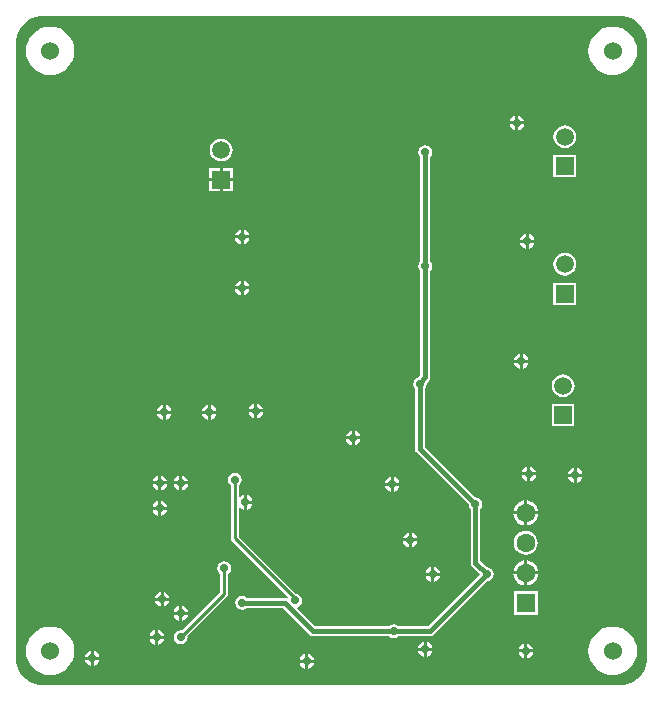
<source format=gbl>
G04*
G04 #@! TF.GenerationSoftware,Altium Limited,Altium Designer,20.2.4 (192)*
G04*
G04 Layer_Physical_Order=2*
G04 Layer_Color=16711680*
%FSLAX25Y25*%
%MOIN*%
G70*
G04*
G04 #@! TF.SameCoordinates,916D3FFB-3ED2-40BB-BA98-F56BCE00B8A7*
G04*
G04*
G04 #@! TF.FilePolarity,Positive*
G04*
G01*
G75*
%ADD13C,0.01000*%
%ADD48C,0.01600*%
%ADD49R,0.05906X0.05906*%
%ADD50C,0.05906*%
%ADD51C,0.06000*%
%ADD52C,0.06299*%
%ADD53R,0.06299X0.06299*%
%ADD54C,0.02900*%
G36*
X203384Y223980D02*
X205119Y223635D01*
X206754Y222958D01*
X208225Y221976D01*
X209476Y220725D01*
X210458Y219254D01*
X211135Y217619D01*
X211480Y215884D01*
X211480Y215000D01*
X211480Y205000D01*
X211480Y27000D01*
Y10000D01*
X211480Y9116D01*
X211135Y7380D01*
X210458Y5746D01*
X209476Y4275D01*
X208225Y3024D01*
X206754Y2042D01*
X205119Y1365D01*
X203384Y1020D01*
X9116D01*
X7380Y1365D01*
X5746Y2042D01*
X4275Y3024D01*
X3024Y4275D01*
X2042Y5746D01*
X1365Y7380D01*
X1020Y9116D01*
Y10000D01*
Y215000D01*
Y215884D01*
X1365Y217619D01*
X2042Y219254D01*
X3024Y220725D01*
X4275Y221976D01*
X5746Y222958D01*
X7380Y223635D01*
X9116Y223980D01*
X10000D01*
X27500Y223980D01*
X178500Y223980D01*
X202500D01*
X203384Y223980D01*
D02*
G37*
%LPC*%
G36*
X200000Y220589D02*
X198422Y220433D01*
X196905Y219973D01*
X195506Y219226D01*
X194280Y218220D01*
X193274Y216994D01*
X192527Y215596D01*
X192067Y214078D01*
X191911Y212500D01*
X192067Y210922D01*
X192527Y209404D01*
X193274Y208006D01*
X194280Y206780D01*
X195506Y205774D01*
X196905Y205027D01*
X198422Y204567D01*
X200000Y204411D01*
X201578Y204567D01*
X203096Y205027D01*
X204494Y205774D01*
X205720Y206780D01*
X206726Y208006D01*
X207473Y209404D01*
X207933Y210922D01*
X208089Y212500D01*
X207933Y214078D01*
X207473Y215596D01*
X206726Y216994D01*
X205720Y218220D01*
X204494Y219226D01*
X203096Y219973D01*
X201578Y220433D01*
X200000Y220589D01*
D02*
G37*
G36*
X12500D02*
X10922Y220433D01*
X9404Y219973D01*
X8006Y219226D01*
X6780Y218220D01*
X5774Y216994D01*
X5027Y215596D01*
X4566Y214078D01*
X4411Y212500D01*
X4566Y210922D01*
X5027Y209404D01*
X5774Y208006D01*
X6780Y206780D01*
X8006Y205774D01*
X9404Y205027D01*
X10922Y204567D01*
X12500Y204411D01*
X14078Y204567D01*
X15596Y205027D01*
X16994Y205774D01*
X18220Y206780D01*
X19226Y208006D01*
X19973Y209404D01*
X20434Y210922D01*
X20589Y212500D01*
X20434Y214078D01*
X19973Y215596D01*
X19226Y216994D01*
X18220Y218220D01*
X16994Y219226D01*
X15596Y219973D01*
X14078Y220433D01*
X12500Y220589D01*
D02*
G37*
G36*
X168500Y190899D02*
Y189000D01*
X170398D01*
X170308Y189456D01*
X169766Y190266D01*
X168956Y190808D01*
X168500Y190899D01*
D02*
G37*
G36*
X167500D02*
X167044Y190808D01*
X166234Y190266D01*
X165692Y189456D01*
X165602Y189000D01*
X167500D01*
Y190899D01*
D02*
G37*
G36*
X170398Y188000D02*
X168500D01*
Y186101D01*
X168956Y186192D01*
X169766Y186734D01*
X170308Y187544D01*
X170398Y188000D01*
D02*
G37*
G36*
X167500D02*
X165602D01*
X165692Y187544D01*
X166234Y186734D01*
X167044Y186192D01*
X167500Y186101D01*
Y188000D01*
D02*
G37*
G36*
X184000Y187706D02*
X183020Y187577D01*
X182107Y187199D01*
X181324Y186598D01*
X180722Y185814D01*
X180344Y184901D01*
X180215Y183921D01*
X180344Y182941D01*
X180722Y182029D01*
X181324Y181245D01*
X182107Y180643D01*
X183020Y180265D01*
X184000Y180136D01*
X184980Y180265D01*
X185893Y180643D01*
X186677Y181245D01*
X187278Y182029D01*
X187656Y182941D01*
X187785Y183921D01*
X187656Y184901D01*
X187278Y185814D01*
X186677Y186598D01*
X185893Y187199D01*
X184980Y187577D01*
X184000Y187706D01*
D02*
G37*
G36*
X69500Y183206D02*
X68520Y183077D01*
X67607Y182699D01*
X66824Y182098D01*
X66222Y181314D01*
X65844Y180401D01*
X65715Y179421D01*
X65844Y178442D01*
X66222Y177529D01*
X66824Y176745D01*
X67607Y176143D01*
X68520Y175765D01*
X69500Y175636D01*
X70480Y175765D01*
X71393Y176143D01*
X72176Y176745D01*
X72778Y177529D01*
X73156Y178442D01*
X73285Y179421D01*
X73156Y180401D01*
X72778Y181314D01*
X72176Y182098D01*
X71393Y182699D01*
X70480Y183077D01*
X69500Y183206D01*
D02*
G37*
G36*
X187753Y177831D02*
X180247D01*
Y170326D01*
X187753D01*
Y177831D01*
D02*
G37*
G36*
X73453Y173531D02*
X70000D01*
Y170079D01*
X73453D01*
Y173531D01*
D02*
G37*
G36*
X69000D02*
X65547D01*
Y170079D01*
X69000D01*
Y173531D01*
D02*
G37*
G36*
X73453Y169079D02*
X70000D01*
Y165626D01*
X73453D01*
Y169079D01*
D02*
G37*
G36*
X69000D02*
X65547D01*
Y165626D01*
X69000D01*
Y169079D01*
D02*
G37*
G36*
X77000Y152899D02*
Y151000D01*
X78899D01*
X78808Y151456D01*
X78266Y152266D01*
X77456Y152808D01*
X77000Y152899D01*
D02*
G37*
G36*
X76000D02*
X75544Y152808D01*
X74734Y152266D01*
X74192Y151456D01*
X74102Y151000D01*
X76000D01*
Y152899D01*
D02*
G37*
G36*
X172000Y151399D02*
Y149500D01*
X173898D01*
X173808Y149956D01*
X173266Y150766D01*
X172456Y151308D01*
X172000Y151399D01*
D02*
G37*
G36*
X171000D02*
X170544Y151308D01*
X169734Y150766D01*
X169192Y149956D01*
X169102Y149500D01*
X171000D01*
Y151399D01*
D02*
G37*
G36*
X78899Y150000D02*
X77000D01*
Y148101D01*
X77456Y148192D01*
X78266Y148734D01*
X78808Y149544D01*
X78899Y150000D01*
D02*
G37*
G36*
X76000D02*
X74102D01*
X74192Y149544D01*
X74734Y148734D01*
X75544Y148192D01*
X76000Y148101D01*
Y150000D01*
D02*
G37*
G36*
X173898Y148500D02*
X172000D01*
Y146601D01*
X172456Y146692D01*
X173266Y147234D01*
X173808Y148044D01*
X173898Y148500D01*
D02*
G37*
G36*
X171000D02*
X169102D01*
X169192Y148044D01*
X169734Y147234D01*
X170544Y146692D01*
X171000Y146601D01*
Y148500D01*
D02*
G37*
G36*
X184000Y145128D02*
X183020Y144999D01*
X182107Y144621D01*
X181324Y144019D01*
X180722Y143235D01*
X180344Y142322D01*
X180215Y141343D01*
X180344Y140363D01*
X180722Y139450D01*
X181324Y138666D01*
X182107Y138065D01*
X183020Y137686D01*
X184000Y137557D01*
X184980Y137686D01*
X185893Y138065D01*
X186677Y138666D01*
X187278Y139450D01*
X187656Y140363D01*
X187785Y141343D01*
X187656Y142322D01*
X187278Y143235D01*
X186677Y144019D01*
X185893Y144621D01*
X184980Y144999D01*
X184000Y145128D01*
D02*
G37*
G36*
X77000Y135898D02*
Y134000D01*
X78899D01*
X78808Y134456D01*
X78266Y135266D01*
X77456Y135808D01*
X77000Y135898D01*
D02*
G37*
G36*
X76000D02*
X75544Y135808D01*
X74734Y135266D01*
X74192Y134456D01*
X74102Y134000D01*
X76000D01*
Y135898D01*
D02*
G37*
G36*
X78899Y133000D02*
X77000D01*
Y131102D01*
X77456Y131192D01*
X78266Y131734D01*
X78808Y132544D01*
X78899Y133000D01*
D02*
G37*
G36*
X76000D02*
X74102D01*
X74192Y132544D01*
X74734Y131734D01*
X75544Y131192D01*
X76000Y131102D01*
Y133000D01*
D02*
G37*
G36*
X187753Y135253D02*
X180247D01*
Y127747D01*
X187753D01*
Y135253D01*
D02*
G37*
G36*
X170000Y111398D02*
Y109500D01*
X171898D01*
X171808Y109956D01*
X171266Y110766D01*
X170456Y111308D01*
X170000Y111398D01*
D02*
G37*
G36*
X169000D02*
X168544Y111308D01*
X167734Y110766D01*
X167192Y109956D01*
X167102Y109500D01*
X169000D01*
Y111398D01*
D02*
G37*
G36*
X171898Y108500D02*
X170000D01*
Y106602D01*
X170456Y106692D01*
X171266Y107234D01*
X171808Y108044D01*
X171898Y108500D01*
D02*
G37*
G36*
X169000D02*
X167102D01*
X167192Y108044D01*
X167734Y107234D01*
X168544Y106692D01*
X169000Y106602D01*
Y108500D01*
D02*
G37*
G36*
X183500Y104706D02*
X182520Y104577D01*
X181607Y104199D01*
X180824Y103598D01*
X180222Y102814D01*
X179844Y101901D01*
X179715Y100921D01*
X179844Y99941D01*
X180222Y99029D01*
X180824Y98245D01*
X181607Y97643D01*
X182520Y97265D01*
X183500Y97136D01*
X184480Y97265D01*
X185393Y97643D01*
X186177Y98245D01*
X186778Y99029D01*
X187156Y99941D01*
X187285Y100921D01*
X187156Y101901D01*
X186778Y102814D01*
X186177Y103598D01*
X185393Y104199D01*
X184480Y104577D01*
X183500Y104706D01*
D02*
G37*
G36*
X81500Y94898D02*
Y93000D01*
X83398D01*
X83308Y93456D01*
X82766Y94266D01*
X81956Y94808D01*
X81500Y94898D01*
D02*
G37*
G36*
X80500D02*
X80044Y94808D01*
X79234Y94266D01*
X78692Y93456D01*
X78601Y93000D01*
X80500D01*
Y94898D01*
D02*
G37*
G36*
X66000Y94398D02*
Y92500D01*
X67898D01*
X67808Y92956D01*
X67266Y93766D01*
X66456Y94308D01*
X66000Y94398D01*
D02*
G37*
G36*
X65000D02*
X64544Y94308D01*
X63734Y93766D01*
X63192Y92956D01*
X63102Y92500D01*
X65000D01*
Y94398D01*
D02*
G37*
G36*
X51000D02*
Y92500D01*
X52899D01*
X52808Y92956D01*
X52266Y93766D01*
X51456Y94308D01*
X51000Y94398D01*
D02*
G37*
G36*
X50000D02*
X49544Y94308D01*
X48734Y93766D01*
X48192Y92956D01*
X48101Y92500D01*
X50000D01*
Y94398D01*
D02*
G37*
G36*
X83398Y92000D02*
X81500D01*
Y90101D01*
X81956Y90192D01*
X82766Y90734D01*
X83308Y91544D01*
X83398Y92000D01*
D02*
G37*
G36*
X80500D02*
X78601D01*
X78692Y91544D01*
X79234Y90734D01*
X80044Y90192D01*
X80500Y90101D01*
Y92000D01*
D02*
G37*
G36*
X67898Y91500D02*
X66000D01*
Y89601D01*
X66456Y89692D01*
X67266Y90234D01*
X67808Y91044D01*
X67898Y91500D01*
D02*
G37*
G36*
X65000D02*
X63102D01*
X63192Y91044D01*
X63734Y90234D01*
X64544Y89692D01*
X65000Y89601D01*
Y91500D01*
D02*
G37*
G36*
X52899D02*
X51000D01*
Y89601D01*
X51456Y89692D01*
X52266Y90234D01*
X52808Y91044D01*
X52899Y91500D01*
D02*
G37*
G36*
X50000D02*
X48101D01*
X48192Y91044D01*
X48734Y90234D01*
X49544Y89692D01*
X50000Y89601D01*
Y91500D01*
D02*
G37*
G36*
X187253Y94832D02*
X179747D01*
Y87326D01*
X187253D01*
Y94832D01*
D02*
G37*
G36*
X114000Y85899D02*
Y84000D01*
X115899D01*
X115808Y84456D01*
X115266Y85266D01*
X114456Y85808D01*
X114000Y85899D01*
D02*
G37*
G36*
X113000D02*
X112544Y85808D01*
X111734Y85266D01*
X111192Y84456D01*
X111101Y84000D01*
X113000D01*
Y85899D01*
D02*
G37*
G36*
X115899Y83000D02*
X114000D01*
Y81102D01*
X114456Y81192D01*
X115266Y81734D01*
X115808Y82544D01*
X115899Y83000D01*
D02*
G37*
G36*
X113000D02*
X111101D01*
X111192Y82544D01*
X111734Y81734D01*
X112544Y81192D01*
X113000Y81102D01*
Y83000D01*
D02*
G37*
G36*
X172500Y73899D02*
Y72000D01*
X174399D01*
X174308Y72456D01*
X173766Y73266D01*
X172956Y73808D01*
X172500Y73899D01*
D02*
G37*
G36*
X171500D02*
X171044Y73808D01*
X170234Y73266D01*
X169692Y72456D01*
X169602Y72000D01*
X171500D01*
Y73899D01*
D02*
G37*
G36*
X188000Y73399D02*
Y71500D01*
X189899D01*
X189808Y71956D01*
X189266Y72766D01*
X188456Y73308D01*
X188000Y73399D01*
D02*
G37*
G36*
X187000D02*
X186544Y73308D01*
X185734Y72766D01*
X185192Y71956D01*
X185101Y71500D01*
X187000D01*
Y73399D01*
D02*
G37*
G36*
X174399Y71000D02*
X172500D01*
Y69102D01*
X172956Y69192D01*
X173766Y69734D01*
X174308Y70544D01*
X174399Y71000D01*
D02*
G37*
G36*
X171500D02*
X169602D01*
X169692Y70544D01*
X170234Y69734D01*
X171044Y69192D01*
X171500Y69102D01*
Y71000D01*
D02*
G37*
G36*
X56500Y70898D02*
Y69000D01*
X58398D01*
X58308Y69456D01*
X57766Y70266D01*
X56956Y70808D01*
X56500Y70898D01*
D02*
G37*
G36*
X55500D02*
X55044Y70808D01*
X54234Y70266D01*
X53692Y69456D01*
X53601Y69000D01*
X55500D01*
Y70898D01*
D02*
G37*
G36*
X49500D02*
Y69000D01*
X51398D01*
X51308Y69456D01*
X50766Y70266D01*
X49956Y70808D01*
X49500Y70898D01*
D02*
G37*
G36*
X48500D02*
X48044Y70808D01*
X47234Y70266D01*
X46692Y69456D01*
X46602Y69000D01*
X48500D01*
Y70898D01*
D02*
G37*
G36*
X189899Y70500D02*
X188000D01*
Y68602D01*
X188456Y68692D01*
X189266Y69234D01*
X189808Y70044D01*
X189899Y70500D01*
D02*
G37*
G36*
X187000D02*
X185101D01*
X185192Y70044D01*
X185734Y69234D01*
X186544Y68692D01*
X187000Y68602D01*
Y70500D01*
D02*
G37*
G36*
X127000Y70398D02*
Y68500D01*
X128899D01*
X128808Y68956D01*
X128266Y69766D01*
X127456Y70308D01*
X127000Y70398D01*
D02*
G37*
G36*
X126000D02*
X125544Y70308D01*
X124734Y69766D01*
X124192Y68956D01*
X124101Y68500D01*
X126000D01*
Y70398D01*
D02*
G37*
G36*
X58398Y68000D02*
X56500D01*
Y66101D01*
X56956Y66192D01*
X57766Y66734D01*
X58308Y67544D01*
X58398Y68000D01*
D02*
G37*
G36*
X55500D02*
X53601D01*
X53692Y67544D01*
X54234Y66734D01*
X55044Y66192D01*
X55500Y66101D01*
Y68000D01*
D02*
G37*
G36*
X51398D02*
X49500D01*
Y66101D01*
X49956Y66192D01*
X50766Y66734D01*
X51308Y67544D01*
X51398Y68000D01*
D02*
G37*
G36*
X48500D02*
X46602D01*
X46692Y67544D01*
X47234Y66734D01*
X48044Y66192D01*
X48500Y66101D01*
Y68000D01*
D02*
G37*
G36*
X128899Y67500D02*
X127000D01*
Y65601D01*
X127456Y65692D01*
X128266Y66234D01*
X128808Y67044D01*
X128899Y67500D01*
D02*
G37*
G36*
X126000D02*
X124101D01*
X124192Y67044D01*
X124734Y66234D01*
X125544Y65692D01*
X126000Y65601D01*
Y67500D01*
D02*
G37*
G36*
X78000Y64398D02*
Y62500D01*
X79899D01*
X79808Y62956D01*
X79266Y63766D01*
X78456Y64308D01*
X78000Y64398D01*
D02*
G37*
G36*
X49500Y62398D02*
Y60500D01*
X51398D01*
X51308Y60956D01*
X50766Y61766D01*
X49956Y62308D01*
X49500Y62398D01*
D02*
G37*
G36*
X48500D02*
X48044Y62308D01*
X47234Y61766D01*
X46692Y60956D01*
X46602Y60500D01*
X48500D01*
Y62398D01*
D02*
G37*
G36*
X79899Y61500D02*
X78000D01*
Y59601D01*
X78456Y59692D01*
X79266Y60234D01*
X79808Y61044D01*
X79899Y61500D01*
D02*
G37*
G36*
X137528Y181001D02*
X136650Y180827D01*
X135906Y180329D01*
X135408Y179585D01*
X135234Y178707D01*
X135408Y177829D01*
X135896Y177099D01*
Y142316D01*
X135408Y141585D01*
X135234Y140707D01*
X135408Y139829D01*
X135896Y139099D01*
Y104379D01*
X135066Y103549D01*
X134846Y103505D01*
X134102Y103008D01*
X133605Y102264D01*
X133430Y101386D01*
X133605Y100508D01*
X134093Y99778D01*
Y79886D01*
X134217Y79262D01*
X134571Y78732D01*
X151934Y61370D01*
X152105Y60508D01*
X152593Y59777D01*
Y41776D01*
X152717Y41151D01*
X153071Y40622D01*
X155693Y38000D01*
X138324Y20631D01*
X128608D01*
X127878Y21120D01*
X127000Y21294D01*
X126122Y21120D01*
X125392Y20631D01*
X100862D01*
X94810Y26684D01*
X94955Y27163D01*
X95073Y27186D01*
X95817Y27683D01*
X96314Y28428D01*
X96489Y29305D01*
X96314Y30183D01*
X95817Y30928D01*
X95073Y31425D01*
X94295Y31580D01*
X75326Y50549D01*
Y60013D01*
X75826Y60172D01*
X76544Y59692D01*
X77000Y59601D01*
Y62000D01*
Y64398D01*
X76544Y64308D01*
X75826Y63828D01*
X75326Y63987D01*
Y67680D01*
X75622Y67878D01*
X76119Y68622D01*
X76294Y69500D01*
X76119Y70378D01*
X75622Y71122D01*
X74878Y71619D01*
X74000Y71794D01*
X73122Y71619D01*
X72378Y71122D01*
X71881Y70378D01*
X71706Y69500D01*
X71881Y68622D01*
X72378Y67878D01*
X72675Y67680D01*
Y50000D01*
X72775Y49493D01*
X73063Y49063D01*
X91699Y30427D01*
X91679Y30363D01*
X91311Y30007D01*
X90687Y30131D01*
X78108D01*
X77378Y30619D01*
X76500Y30794D01*
X75622Y30619D01*
X74878Y30122D01*
X74381Y29378D01*
X74206Y28500D01*
X74381Y27622D01*
X74878Y26878D01*
X75622Y26381D01*
X76500Y26206D01*
X77378Y26381D01*
X78108Y26869D01*
X90011D01*
X99033Y17846D01*
X99562Y17493D01*
X100187Y17369D01*
X125392D01*
X126122Y16881D01*
X127000Y16706D01*
X127878Y16881D01*
X128608Y17369D01*
X139000D01*
X139624Y17493D01*
X140154Y17846D01*
X158016Y35709D01*
X158878Y35881D01*
X159622Y36378D01*
X160119Y37122D01*
X160294Y38000D01*
X160119Y38878D01*
X159622Y39622D01*
X158878Y40119D01*
X158016Y40291D01*
X155856Y42451D01*
Y59777D01*
X156344Y60508D01*
X156518Y61386D01*
X156344Y62264D01*
X155847Y63008D01*
X155102Y63505D01*
X154241Y63677D01*
X137356Y80562D01*
Y99778D01*
X137844Y100508D01*
X138019Y101386D01*
X137935Y101804D01*
X138681Y102550D01*
X139035Y103079D01*
X139159Y103703D01*
Y139099D01*
X139647Y139829D01*
X139822Y140707D01*
X139647Y141585D01*
X139159Y142316D01*
Y177099D01*
X139647Y177829D01*
X139822Y178707D01*
X139647Y179585D01*
X139150Y180329D01*
X138406Y180827D01*
X137528Y181001D01*
D02*
G37*
G36*
X171500Y62620D02*
Y59000D01*
X175120D01*
X175043Y59583D01*
X174625Y60593D01*
X173960Y61459D01*
X173093Y62125D01*
X172083Y62543D01*
X171500Y62620D01*
D02*
G37*
G36*
X170500D02*
X169917Y62543D01*
X168907Y62125D01*
X168041Y61459D01*
X167375Y60593D01*
X166957Y59583D01*
X166880Y59000D01*
X170500D01*
Y62620D01*
D02*
G37*
G36*
X51398Y59500D02*
X49500D01*
Y57601D01*
X49956Y57692D01*
X50766Y58234D01*
X51308Y59044D01*
X51398Y59500D01*
D02*
G37*
G36*
X48500D02*
X46602D01*
X46692Y59044D01*
X47234Y58234D01*
X48044Y57692D01*
X48500Y57601D01*
Y59500D01*
D02*
G37*
G36*
X175120Y58000D02*
X171500D01*
Y54380D01*
X172083Y54457D01*
X173093Y54875D01*
X173960Y55541D01*
X174625Y56407D01*
X175043Y57417D01*
X175120Y58000D01*
D02*
G37*
G36*
X170500D02*
X166880D01*
X166957Y57417D01*
X167375Y56407D01*
X168041Y55541D01*
X168907Y54875D01*
X169917Y54457D01*
X170500Y54380D01*
Y58000D01*
D02*
G37*
G36*
X133000Y51898D02*
Y50000D01*
X134898D01*
X134808Y50456D01*
X134266Y51266D01*
X133456Y51808D01*
X133000Y51898D01*
D02*
G37*
G36*
X132000D02*
X131544Y51808D01*
X130734Y51266D01*
X130192Y50456D01*
X130102Y50000D01*
X132000D01*
Y51898D01*
D02*
G37*
G36*
X134898Y49000D02*
X133000D01*
Y47102D01*
X133456Y47192D01*
X134266Y47734D01*
X134808Y48544D01*
X134898Y49000D01*
D02*
G37*
G36*
X132000D02*
X130102D01*
X130192Y48544D01*
X130734Y47734D01*
X131544Y47192D01*
X132000Y47102D01*
Y49000D01*
D02*
G37*
G36*
X171000Y52484D02*
X169969Y52348D01*
X169008Y51950D01*
X168183Y51317D01*
X167550Y50492D01*
X167152Y49531D01*
X167016Y48500D01*
X167152Y47469D01*
X167550Y46508D01*
X168183Y45683D01*
X169008Y45050D01*
X169969Y44652D01*
X171000Y44516D01*
X172031Y44652D01*
X172992Y45050D01*
X173817Y45683D01*
X174450Y46508D01*
X174848Y47469D01*
X174984Y48500D01*
X174848Y49531D01*
X174450Y50492D01*
X173817Y51317D01*
X172992Y51950D01*
X172031Y52348D01*
X171000Y52484D01*
D02*
G37*
G36*
X171500Y42620D02*
Y39000D01*
X175120D01*
X175043Y39583D01*
X174625Y40593D01*
X173960Y41460D01*
X173093Y42125D01*
X172083Y42543D01*
X171500Y42620D01*
D02*
G37*
G36*
X170500D02*
X169917Y42543D01*
X168907Y42125D01*
X168041Y41460D01*
X167375Y40593D01*
X166957Y39583D01*
X166880Y39000D01*
X170500D01*
Y42620D01*
D02*
G37*
G36*
X140500Y40398D02*
Y38500D01*
X142399D01*
X142308Y38956D01*
X141766Y39766D01*
X140956Y40308D01*
X140500Y40398D01*
D02*
G37*
G36*
X139500D02*
X139044Y40308D01*
X138234Y39766D01*
X137692Y38956D01*
X137601Y38500D01*
X139500D01*
Y40398D01*
D02*
G37*
G36*
X142399Y37500D02*
X140500D01*
Y35601D01*
X140956Y35692D01*
X141766Y36234D01*
X142308Y37044D01*
X142399Y37500D01*
D02*
G37*
G36*
X139500D02*
X137601D01*
X137692Y37044D01*
X138234Y36234D01*
X139044Y35692D01*
X139500Y35601D01*
Y37500D01*
D02*
G37*
G36*
X175120Y38000D02*
X171500D01*
Y34380D01*
X172083Y34457D01*
X173093Y34875D01*
X173960Y35541D01*
X174625Y36407D01*
X175043Y37417D01*
X175120Y38000D01*
D02*
G37*
G36*
X170500D02*
X166880D01*
X166957Y37417D01*
X167375Y36407D01*
X168041Y35541D01*
X168907Y34875D01*
X169917Y34457D01*
X170500Y34380D01*
Y38000D01*
D02*
G37*
G36*
X50271Y32123D02*
Y30225D01*
X52170D01*
X52079Y30681D01*
X51537Y31491D01*
X50727Y32032D01*
X50271Y32123D01*
D02*
G37*
G36*
X49271D02*
X48815Y32032D01*
X48005Y31491D01*
X47463Y30681D01*
X47373Y30225D01*
X49271D01*
Y32123D01*
D02*
G37*
G36*
X52170Y29225D02*
X50271D01*
Y27326D01*
X50727Y27417D01*
X51537Y27958D01*
X52079Y28769D01*
X52170Y29225D01*
D02*
G37*
G36*
X49271D02*
X47373D01*
X47463Y28769D01*
X48005Y27958D01*
X48815Y27417D01*
X49271Y27326D01*
Y29225D01*
D02*
G37*
G36*
X56500Y27398D02*
Y25500D01*
X58398D01*
X58308Y25956D01*
X57766Y26766D01*
X56956Y27308D01*
X56500Y27398D01*
D02*
G37*
G36*
X55500D02*
X55044Y27308D01*
X54234Y26766D01*
X53692Y25956D01*
X53601Y25500D01*
X55500D01*
Y27398D01*
D02*
G37*
G36*
X174950Y32450D02*
X167050D01*
Y24550D01*
X174950D01*
Y32450D01*
D02*
G37*
G36*
X58398Y24500D02*
X56500D01*
Y22602D01*
X56956Y22692D01*
X57766Y23234D01*
X58308Y24044D01*
X58398Y24500D01*
D02*
G37*
G36*
X55500D02*
X53601D01*
X53692Y24044D01*
X54234Y23234D01*
X55044Y22692D01*
X55500Y22602D01*
Y24500D01*
D02*
G37*
G36*
X70500Y42294D02*
X69622Y42120D01*
X68878Y41622D01*
X68381Y40878D01*
X68206Y40000D01*
X68381Y39122D01*
X68878Y38378D01*
X69174Y38180D01*
Y32049D01*
X56350Y19225D01*
X56000Y19294D01*
X55122Y19119D01*
X54378Y18622D01*
X53881Y17878D01*
X53706Y17000D01*
X53881Y16122D01*
X54378Y15378D01*
X55122Y14881D01*
X56000Y14706D01*
X56878Y14881D01*
X57622Y15378D01*
X58119Y16122D01*
X58294Y17000D01*
X58224Y17350D01*
X71437Y30563D01*
X71725Y30993D01*
X71825Y31500D01*
Y38180D01*
X72122Y38378D01*
X72619Y39122D01*
X72794Y40000D01*
X72619Y40878D01*
X72122Y41622D01*
X71378Y42120D01*
X70500Y42294D01*
D02*
G37*
G36*
X48500Y19399D02*
Y17500D01*
X50398D01*
X50308Y17956D01*
X49766Y18766D01*
X48956Y19308D01*
X48500Y19399D01*
D02*
G37*
G36*
X47500D02*
X47044Y19308D01*
X46234Y18766D01*
X45692Y17956D01*
X45601Y17500D01*
X47500D01*
Y19399D01*
D02*
G37*
G36*
X50398Y16500D02*
X48500D01*
Y14602D01*
X48956Y14692D01*
X49766Y15234D01*
X50308Y16044D01*
X50398Y16500D01*
D02*
G37*
G36*
X47500D02*
X45601D01*
X45692Y16044D01*
X46234Y15234D01*
X47044Y14692D01*
X47500Y14602D01*
Y16500D01*
D02*
G37*
G36*
X138000Y15398D02*
Y13500D01*
X139899D01*
X139808Y13956D01*
X139266Y14766D01*
X138456Y15308D01*
X138000Y15398D01*
D02*
G37*
G36*
X137000D02*
X136544Y15308D01*
X135734Y14766D01*
X135192Y13956D01*
X135101Y13500D01*
X137000D01*
Y15398D01*
D02*
G37*
G36*
X171500Y14898D02*
Y13000D01*
X173398D01*
X173308Y13456D01*
X172766Y14266D01*
X171956Y14808D01*
X171500Y14898D01*
D02*
G37*
G36*
X170500D02*
X170044Y14808D01*
X169234Y14266D01*
X168692Y13456D01*
X168602Y13000D01*
X170500D01*
Y14898D01*
D02*
G37*
G36*
X139899Y12500D02*
X138000D01*
Y10601D01*
X138456Y10692D01*
X139266Y11234D01*
X139808Y12044D01*
X139899Y12500D01*
D02*
G37*
G36*
X137000D02*
X135101D01*
X135192Y12044D01*
X135734Y11234D01*
X136544Y10692D01*
X137000Y10601D01*
Y12500D01*
D02*
G37*
G36*
X27000Y12398D02*
Y10500D01*
X28899D01*
X28808Y10956D01*
X28266Y11766D01*
X27456Y12308D01*
X27000Y12398D01*
D02*
G37*
G36*
X26000D02*
X25544Y12308D01*
X24734Y11766D01*
X24192Y10956D01*
X24102Y10500D01*
X26000D01*
Y12398D01*
D02*
G37*
G36*
X173398Y12000D02*
X171500D01*
Y10102D01*
X171956Y10192D01*
X172766Y10734D01*
X173308Y11544D01*
X173398Y12000D01*
D02*
G37*
G36*
X170500D02*
X168602D01*
X168692Y11544D01*
X169234Y10734D01*
X170044Y10192D01*
X170500Y10102D01*
Y12000D01*
D02*
G37*
G36*
X98500Y11399D02*
Y9500D01*
X100399D01*
X100308Y9956D01*
X99766Y10766D01*
X98956Y11308D01*
X98500Y11399D01*
D02*
G37*
G36*
X97500D02*
X97044Y11308D01*
X96234Y10766D01*
X95692Y9956D01*
X95601Y9500D01*
X97500D01*
Y11399D01*
D02*
G37*
G36*
X28899Y9500D02*
X27000D01*
Y7602D01*
X27456Y7692D01*
X28266Y8234D01*
X28808Y9044D01*
X28899Y9500D01*
D02*
G37*
G36*
X26000D02*
X24102D01*
X24192Y9044D01*
X24734Y8234D01*
X25544Y7692D01*
X26000Y7602D01*
Y9500D01*
D02*
G37*
G36*
X100399Y8500D02*
X98500D01*
Y6601D01*
X98956Y6692D01*
X99766Y7234D01*
X100308Y8044D01*
X100399Y8500D01*
D02*
G37*
G36*
X97500D02*
X95601D01*
X95692Y8044D01*
X96234Y7234D01*
X97044Y6692D01*
X97500Y6601D01*
Y8500D01*
D02*
G37*
G36*
X200000Y20589D02*
X198422Y20434D01*
X196905Y19973D01*
X195506Y19226D01*
X194280Y18220D01*
X193274Y16994D01*
X192527Y15596D01*
X192067Y14078D01*
X191911Y12500D01*
X192067Y10922D01*
X192527Y9404D01*
X193274Y8006D01*
X194280Y6780D01*
X195506Y5774D01*
X196905Y5027D01*
X198422Y4566D01*
X200000Y4411D01*
X201578Y4566D01*
X203096Y5027D01*
X204494Y5774D01*
X205720Y6780D01*
X206726Y8006D01*
X207473Y9404D01*
X207933Y10922D01*
X208089Y12500D01*
X207933Y14078D01*
X207473Y15596D01*
X206726Y16994D01*
X205720Y18220D01*
X204494Y19226D01*
X203096Y19973D01*
X201578Y20434D01*
X200000Y20589D01*
D02*
G37*
G36*
X12500D02*
X10922Y20434D01*
X9404Y19973D01*
X8006Y19226D01*
X6780Y18220D01*
X5774Y16994D01*
X5027Y15596D01*
X4566Y14078D01*
X4411Y12500D01*
X4566Y10922D01*
X5027Y9404D01*
X5774Y8006D01*
X6780Y6780D01*
X8006Y5774D01*
X9404Y5027D01*
X10922Y4566D01*
X12500Y4411D01*
X14078Y4566D01*
X15596Y5027D01*
X16994Y5774D01*
X18220Y6780D01*
X19226Y8006D01*
X19973Y9404D01*
X20434Y10922D01*
X20589Y12500D01*
X20434Y14078D01*
X19973Y15596D01*
X19226Y16994D01*
X18220Y18220D01*
X16994Y19226D01*
X15596Y19973D01*
X14078Y20434D01*
X12500Y20589D01*
D02*
G37*
%LPD*%
D13*
X70500Y31500D02*
Y40000D01*
X56000Y17000D02*
X70500Y31500D01*
X74000Y50000D02*
Y69500D01*
Y50000D02*
X94000Y30000D01*
Y29500D02*
Y30000D01*
Y29500D02*
X94195Y29305D01*
X135724Y101386D02*
Y101900D01*
D48*
Y79886D02*
Y101386D01*
Y79886D02*
X154224Y61386D01*
X137528Y103703D02*
Y140707D01*
X135724Y101900D02*
X137528Y103703D01*
Y140707D02*
Y178707D01*
X76500Y28500D02*
X90687D01*
X154224Y41776D02*
Y61386D01*
Y41776D02*
X158000Y38000D01*
X90687Y28500D02*
X100187Y19000D01*
X127000D01*
X139000D02*
X158000Y38000D01*
X127000Y19000D02*
X139000D01*
D49*
X69500Y169579D02*
D03*
X184000Y131500D02*
D03*
X183500Y91079D02*
D03*
X184000Y174079D02*
D03*
D50*
X69500Y179421D02*
D03*
X184000Y141343D02*
D03*
X183500Y100921D02*
D03*
X184000Y183921D02*
D03*
D51*
X12500Y212500D02*
D03*
Y12500D02*
D03*
X200000D02*
D03*
Y212500D02*
D03*
D52*
X171000Y58500D02*
D03*
Y48500D02*
D03*
Y38500D02*
D03*
D53*
Y28500D02*
D03*
D54*
X187500Y71000D02*
D03*
X26500Y10000D02*
D03*
X168000Y188500D02*
D03*
X76500Y150500D02*
D03*
X113500Y83500D02*
D03*
X81000Y92500D02*
D03*
X50500Y92000D02*
D03*
X49000Y60000D02*
D03*
X56000Y68500D02*
D03*
X49000D02*
D03*
X49771Y29725D02*
D03*
X56000Y25000D02*
D03*
X70500Y40000D02*
D03*
X56000Y17000D02*
D03*
X98000Y9000D02*
D03*
X171500Y149000D02*
D03*
X169500Y109000D02*
D03*
X171000Y12500D02*
D03*
X172000Y71500D02*
D03*
X76500Y133500D02*
D03*
X65500Y92000D02*
D03*
X77500Y62000D02*
D03*
X126500Y68000D02*
D03*
X140000Y38000D02*
D03*
X132500Y49500D02*
D03*
X137528Y178707D02*
D03*
Y140707D02*
D03*
X135724Y101386D02*
D03*
X74000Y69500D02*
D03*
X94195Y29305D02*
D03*
X76500Y28500D02*
D03*
X158000Y38000D02*
D03*
X154224Y61386D02*
D03*
X48000Y17000D02*
D03*
X137500Y13000D02*
D03*
X127000Y19000D02*
D03*
M02*

</source>
